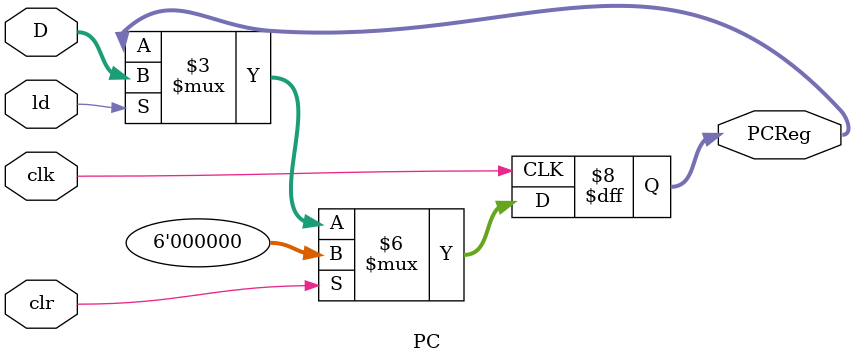
<source format=v>
module PC (clk, ld, clr, D, PCReg);
	input clk, ld, clr;
	input [5:0] D;
	output reg [5:0] PCReg;
	
	initial begin
		PCReg = 0;
	end
	
	always @ (posedge clk) begin
		if (clr) PCReg <= 0;
		else if (ld) PCReg <= D;
	end
	
endmodule

</source>
